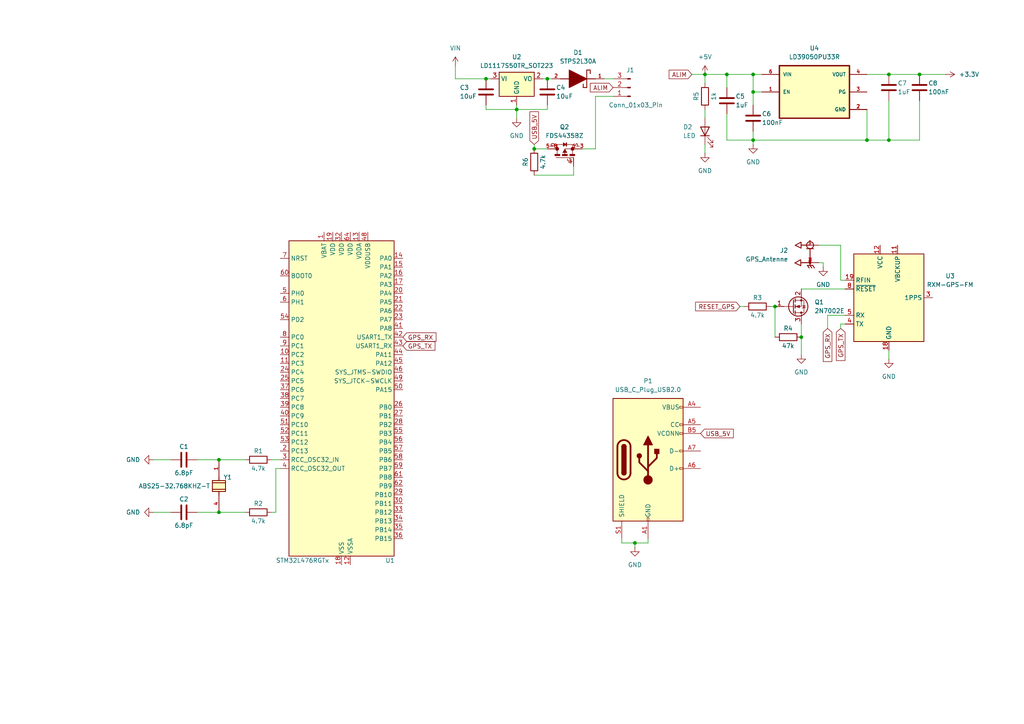
<source format=kicad_sch>
(kicad_sch (version 20231120) (generator "eeschema") (generator_version "8.0")
  (paper "A4")
  (lib_symbols
    (symbol "20449-001E-03:20449-001E-03" (pin_names (offset 1.016))
      (property "Reference" "J" (at -3.816 4.0704 0))
      (property "Value" "20449-001E-03" (at -4.3251 -5.5971 0))
      (symbol "20449-001E-03_0_0"
        (circle (center 0 -2.54) (radius 0.254) (stroke (width 0.254)))
        (polyline (pts (xy -1.016 1.524) (xy 0 1.524)) (stroke (width 0.254)))
        (polyline (pts (xy -0.762 -3.302) (xy -1.27 -4.064)) (stroke (width 0.254)))
        (polyline (pts (xy 0 -3.302) (xy -0.762 -3.302)) (stroke (width 0.254)))
        (polyline (pts (xy 0 -3.302) (xy -0.508 -4.064)) (stroke (width 0.254)))
        (polyline (pts (xy 0 -3.302) (xy 0.762 -3.302)) (stroke (width 0.254)))
        (polyline (pts (xy 0 -2.54) (xy 0 -3.302)) (stroke (width 0.254)))
        (polyline (pts (xy 0 1.524) (xy 0 -2.54)) (stroke (width 0.254)))
        (polyline (pts (xy 0 1.524) (xy 1.016 1.524)) (stroke (width 0.254)))
        (polyline (pts (xy 0.762 -3.302) (xy 0.254 -4.064)) (stroke (width 0.254)))
        (polyline (pts (xy 2.54 -2.54) (xy 0 -2.54)) (stroke (width 0.254)))
        (polyline (pts (xy 2.54 2.54) (xy 0 2.54)) (stroke (width 0.254)))
        (polyline (pts (xy 2.6 1.7) (xy 4.3 2.5)) (stroke (width 0.254)))
        (polyline (pts (xy 2.6 3.4) (xy 2.6 1.7)) (stroke (width 0.254)))
        (polyline (pts (xy 2.7 -3.4) (xy 4.4 -2.6)) (stroke (width 0.254)))
        (polyline (pts (xy 2.7 -1.7) (xy 2.7 -3.4)) (stroke (width 0.254)))
        (polyline (pts (xy 4.3 2.5) (xy 2.7 3.4)) (stroke (width 0.254)))
        (polyline (pts (xy 4.4 -2.6) (xy 2.8 -1.7)) (stroke (width 0.254)))
        (circle (center 0 2.54) (radius 1.016) (stroke (width 0.254)))
        (pin passive line (at -2.54 2.54 0) (length 5.08) (name "~") (number "1"))
        (pin power_in line (at -2.54 -2.54 0) (length 5.08) (name "~") (number "2"))
        (pin power_in line (at -2.54 -2.54 0) (length 5.08) (name "~") (number "3"))
        (pin power_in line (at -2.54 -2.54 0) (length 5.08) (name "~") (number "4"))
      )
    )
    (symbol "ABS25-32.768KHZ-T:ABS25-32.768KHZ-T" (pin_names (offset 1.016))
      (property "Reference" "Y" (at -2.54 2.54 0))
      (property "Value" "ABS25-32.768KHZ-T" (at -2.54 -5.08 0))
      (symbol "ABS25-32.768KHZ-T_0_0"
        (rectangle (start -1.5875 -1.905) (end 1.5875 1.905) (stroke (width 0.254)) (fill (type background)))
        (polyline (pts (xy -1.5875 0) (xy -2.54 0)) (stroke (width 0.254)))
        (polyline (pts (xy -0.9525 -1.905) (xy -0.9525 1.905)) (stroke (width 0.254)))
        (polyline (pts (xy 0.9525 1.905) (xy 0.9525 -1.905)) (stroke (width 0.254)))
        (polyline (pts (xy 1.5875 0) (xy 2.54 0)) (stroke (width 0.254)))
        (pin passive line (at -7.62 0 0) (length 5.08) (name "~") (number "1"))
        (pin passive line (at 7.62 0 180) (length 5.08) (name "~") (number "4"))
      )
    )
    (symbol "Connector:Conn_01x03_Pin" (pin_names (offset 1.016) hide)
      (property "Reference" "J" (at 0 5.08 0))
      (property "Value" "Conn_01x03_Pin" (at 0 -5.08 0))
      (symbol "Conn_01x03_Pin_1_1"
        (polyline (pts (xy 1.27 -2.54) (xy 0.8636 -2.54)) (stroke (width 0.1524)))
        (polyline (pts (xy 1.27 0) (xy 0.8636 0)) (stroke (width 0.1524)))
        (polyline (pts (xy 1.27 2.54) (xy 0.8636 2.54)) (stroke (width 0.1524)))
        (rectangle (start 0.8636 -2.413) (end 0 -2.667) (stroke (width 0.1524)) (fill (type outline)))
        (rectangle (start 0.8636 0.127) (end 0 -0.127) (stroke (width 0.1524)) (fill (type outline)))
        (rectangle (start 0.8636 2.667) (end 0 2.413) (stroke (width 0.1524)) (fill (type outline)))
        (pin passive line (at 5.08 2.54 180) (length 3.81) (name "Pin_1") (number "1"))
        (pin passive line (at 5.08 0 180) (length 3.81) (name "Pin_2") (number "2"))
        (pin passive line (at 5.08 -2.54 180) (length 3.81) (name "Pin_3") (number "3"))
      )
    )
    (symbol "Connector:USB_C_Plug_USB2.0" (pin_names (offset 1.016))
      (property "Reference" "P" (at -10.16 19.05 0))
      (property "Value" "USB_C_Plug_USB2.0" (at 12.7 19.05 0))
      (symbol "USB_C_Plug_USB2.0_0_0"
        (rectangle (start -0.254 -17.78) (end 0.254 -16.764))
        (rectangle (start 10.16 -2.286) (end 9.144 -2.794))
        (rectangle (start 10.16 2.794) (end 9.144 2.286))
        (rectangle (start 10.16 7.874) (end 9.144 7.366))
        (rectangle (start 10.16 10.414) (end 9.144 9.906))
        (rectangle (start 10.16 15.494) (end 9.144 14.986))
      )
      (symbol "USB_C_Plug_USB2.0_0_1"
        (rectangle (start -10.16 17.78) (end 10.16 -17.78) (stroke (width 0.254)) (fill (type background)))
        (arc (start -8.89 -3.81) (mid -6.985 -5.7067) (end -5.08 -3.81) (stroke (width 0.508)))
        (arc (start -7.62 -3.81) (mid -6.985 -4.4423) (end -6.35 -3.81) (stroke (width 0.254)))
        (arc (start -7.62 -3.81) (mid -6.985 -4.4423) (end -6.35 -3.81) (stroke (width 0.254)) (fill (type outline)))
        (rectangle (start -7.62 -3.81) (end -6.35 3.81) (stroke (width 0.254)) (fill (type outline)))
        (arc (start -6.35 3.81) (mid -6.985 4.4423) (end -7.62 3.81) (stroke (width 0.254)))
        (arc (start -6.35 3.81) (mid -6.985 4.4423) (end -7.62 3.81) (stroke (width 0.254)) (fill (type outline)))
        (arc (start -5.08 3.81) (mid -6.985 5.7067) (end -8.89 3.81) (stroke (width 0.508)))
        (circle (center -2.54 1.143) (radius 0.635) (stroke (width 0.254)) (fill (type outline)))
        (circle (center 0 -5.842) (radius 1.27) (fill (type outline)))
        (polyline (pts (xy -8.89 -3.81) (xy -8.89 3.81)) (stroke (width 0.508)))
        (polyline (pts (xy -5.08 3.81) (xy -5.08 -3.81)) (stroke (width 0.508)))
        (polyline (pts (xy 0 -5.842) (xy 0 4.318)) (stroke (width 0.508)))
        (polyline (pts (xy 0 -3.302) (xy -2.54 -0.762) (xy -2.54 0.508)) (stroke (width 0.508)))
        (polyline (pts (xy 0 -2.032) (xy 2.54 0.508) (xy 2.54 1.778)) (stroke (width 0.508)))
        (polyline (pts (xy -1.27 4.318) (xy 0 6.858) (xy 1.27 4.318) (xy -1.27 4.318)) (stroke (width 0.254)) (fill (type outline)))
        (rectangle (start 1.905 1.778) (end 3.175 3.048) (stroke (width 0.254)) (fill (type outline)))
      )
      (symbol "USB_C_Plug_USB2.0_1_1"
        (pin passive line (at 0 -22.86 90) (length 5.08) (name "GND") (number "A1"))
        (pin passive line (at 0 -22.86 90) (length 5.08) hide (name "GND") (number "A12"))
        (pin passive line (at 15.24 15.24 180) (length 5.08) (name "VBUS") (number "A4"))
        (pin bidirectional line (at 15.24 10.16 180) (length 5.08) (name "CC") (number "A5"))
        (pin bidirectional line (at 15.24 -2.54 180) (length 5.08) (name "D+") (number "A6"))
        (pin bidirectional line (at 15.24 2.54 180) (length 5.08) (name "D-") (number "A7"))
        (pin passive line (at 15.24 15.24 180) (length 5.08) hide (name "VBUS") (number "A9"))
        (pin passive line (at 0 -22.86 90) (length 5.08) hide (name "GND") (number "B1"))
        (pin passive line (at 0 -22.86 90) (length 5.08) hide (name "GND") (number "B12"))
        (pin passive line (at 15.24 15.24 180) (length 5.08) hide (name "VBUS") (number "B4"))
        (pin bidirectional line (at 15.24 7.62 180) (length 5.08) (name "VCONN") (number "B5"))
        (pin passive line (at 15.24 15.24 180) (length 5.08) hide (name "VBUS") (number "B9"))
        (pin passive line (at -7.62 -22.86 90) (length 5.08) (name "SHIELD") (number "S1"))
      )
    )
    (symbol "Device:C" (pin_numbers hide) (pin_names (offset 0.254))
      (property "Reference" "C" (at 0.635 2.54 0))
      (property "Value" "C" (at 0.635 -2.54 0))
      (symbol "C_0_1"
        (polyline (pts (xy -2.032 -0.762) (xy 2.032 -0.762)) (stroke (width 0.508)))
        (polyline (pts (xy -2.032 0.762) (xy 2.032 0.762)) (stroke (width 0.508)))
      )
      (symbol "C_1_1"
        (pin passive line (at 0 3.81 270) (length 2.794) (name "~") (number "1"))
        (pin passive line (at 0 -3.81 90) (length 2.794) (name "~") (number "2"))
      )
    )
    (symbol "Device:LED" (pin_numbers hide) (pin_names (offset 1.016) hide)
      (property "Reference" "D" (at 0 2.54 0))
      (property "Value" "LED" (at 0 -2.54 0))
      (symbol "LED_0_1"
        (polyline (pts (xy -1.27 -1.27) (xy -1.27 1.27)) (stroke (width 0.254)))
        (polyline (pts (xy -1.27 0) (xy 1.27 0)))
        (polyline (pts (xy 1.27 -1.27) (xy 1.27 1.27) (xy -1.27 0) (xy 1.27 -1.27)) (stroke (width 0.254)))
        (polyline (pts (xy -3.048 -0.762) (xy -4.572 -2.286) (xy -3.81 -2.286) (xy -4.572 -2.286) (xy -4.572 -1.524)))
        (polyline (pts (xy -1.778 -0.762) (xy -3.302 -2.286) (xy -2.54 -2.286) (xy -3.302 -2.286) (xy -3.302 -1.524)))
      )
      (symbol "LED_1_1"
        (pin passive line (at -3.81 0 0) (length 2.54) (name "K") (number "1"))
        (pin passive line (at 3.81 0 180) (length 2.54) (name "A") (number "2"))
      )
    )
    (symbol "Device:R" (pin_numbers hide) (pin_names (offset 0))
      (property "Reference" "R" (at 2.032 0 90))
      (property "Value" "R" (at 0 0 90))
      (symbol "R_0_1"
        (rectangle (start -1.016 -2.54) (end 1.016 2.54) (stroke (width 0.254)))
      )
      (symbol "R_1_1"
        (pin passive line (at 0 3.81 270) (length 1.27) (name "~") (number "1"))
        (pin passive line (at 0 -3.81 90) (length 1.27) (name "~") (number "2"))
      )
    )
    (symbol "FDS4435BZ:FDS4435BZ" (pin_names (offset 1.016))
      (property "Reference" "Q" (at 2.542 0 0))
      (property "Value" "FDS4435BZ" (at 2.5405 -2.5405 0))
      (symbol "FDS4435BZ_0_0"
        (rectangle (start -2.0337 -0.7626) (end -1.524 0.762) (stroke (width 0.1)) (fill (type outline)))
        (rectangle (start -2.0326 -2.9219) (end -1.524 -1.397) (stroke (width 0.1)) (fill (type outline)))
        (rectangle (start -2.0322 1.3971) (end -1.524 2.921) (stroke (width 0.1)) (fill (type outline)))
        (circle (center 0 -2.2225) (radius 0.127) (stroke (width 0.4064)))
        (polyline (pts (xy -2.54 -2.54) (xy -2.54 2.54)) (stroke (width 0.1524)))
        (polyline (pts (xy -1.905 -2.2225) (xy 0 -2.2225)) (stroke (width 0.1524)))
        (polyline (pts (xy -1.5875 2.2225) (xy 0 2.2225)) (stroke (width 0.1524)))
        (polyline (pts (xy -1.0795 0) (xy -1.905 0)) (stroke (width 0.1524)))
        (polyline (pts (xy 0 -2.2225) (xy 0 -2.54)) (stroke (width 0.1524)))
        (polyline (pts (xy 0 0) (xy 0 -2.2225)) (stroke (width 0.1524)))
        (polyline (pts (xy 0 2.2225) (xy 1.27 2.2225)) (stroke (width 0.1524)))
        (polyline (pts (xy 0 2.54) (xy 0 2.2225)) (stroke (width 0.1524)))
        (polyline (pts (xy 1.27 -2.2225) (xy 0 -2.2225)) (stroke (width 0.1524)))
        (polyline (pts (xy 1.27 2.2225) (xy 1.27 -2.2225)) (stroke (width 0.1524)))
        (polyline (pts (xy -0.0635 0) (xy -1.0795 -0.635) (xy -1.0795 0.635) (xy -0.0635 0)) (stroke (width 0.1016)) (fill (type outline)))
        (polyline (pts (xy 1.27 -0.3175) (xy 1.778 0.4445) (xy 0.762 0.4445) (xy 1.27 -0.3175)) (stroke (width 0.1524)) (fill (type outline)))
        (circle (center 0 2.2225) (radius 0.127) (stroke (width 0.4064)))
        (rectangle (start 0.7632 -0.5724) (end 1.778 -0.3175) (stroke (width 0.1)) (fill (type outline)))
        (text "D" (at 0.6362 2.8629 0) (effects (font (size 1.0179 1.0179)) (justify left bottom)))
        (text "G" (at -3.8162 -1.9081 0) (effects (font (size 1.0176 1.0176)) (justify left bottom)))
        (text "S" (at 0.6357 -3.8142 0) (effects (font (size 1.0171 1.0171)) (justify left bottom)))
        (pin passive line (at 0 -5.08 90) (length 2.54) (name "~") (number "1-3"))
        (pin passive line (at -5.08 -2.54 0) (length 2.54) (name "~") (number "4"))
        (pin passive line (at 0 5.08 270) (length 2.54) (name "~") (number "5-8"))
      )
    )
    (symbol "LD39050PU33R:LD39050PU33R" (pin_names (offset 1.016))
      (property "Reference" "U" (at -10.16 8.62 0))
      (property "Value" "LD39050PU33R" (at -10.16 -11.62 0))
      (symbol "LD39050PU33R_0_0"
        (rectangle (start -10.16 -7.62) (end 10.16 7.62) (stroke (width 0.41)) (fill (type background)))
        (pin input line (at -15.24 0 0) (length 5.08) (name "EN") (number "1"))
        (pin power_in line (at 15.24 -5.08 180) (length 5.08) (name "GND") (number "2"))
        (pin bidirectional line (at 15.24 0 180) (length 5.08) (name "PG") (number "3"))
        (pin output line (at 15.24 5.08 180) (length 5.08) (name "VOUT") (number "4"))
        (pin power_in line (at -15.24 5.08 0) (length 5.08) (name "VIN") (number "6"))
        (pin power_in line (at 15.24 -5.08 180) (length 5.08) (name "GND") (number "7"))
      )
    )
    (symbol "MCU_ST_STM32L4:STM32L476RGTx"
      (property "Reference" "U" (at -15.24 46.99 0))
      (property "Value" "STM32L476RGTx" (at 10.16 46.99 0))
      (symbol "STM32L476RGTx_0_1"
        (rectangle (start -15.24 -45.72) (end 15.24 45.72) (stroke (width 0.254)) (fill (type background)))
      )
      (symbol "STM32L476RGTx_1_1"
        (pin power_in line (at -5.08 48.26 270) (length 2.54) (name "VBAT") (number "1"))
        (pin bidirectional line (at -17.78 12.7 0) (length 2.54) (name "PC2") (number "10"))
        (pin bidirectional line (at -17.78 10.16 0) (length 2.54) (name "PC3") (number "11"))
        (pin power_in line (at 2.54 -48.26 90) (length 2.54) (name "VSSA") (number "12"))
        (pin power_in line (at 5.08 48.26 270) (length 2.54) (name "VDDA") (number "13"))
        (pin bidirectional line (at 17.78 40.64 180) (length 2.54) (name "PA0") (number "14"))
        (pin bidirectional line (at 17.78 38.1 180) (length 2.54) (name "PA1") (number "15"))
        (pin bidirectional line (at 17.78 35.56 180) (length 2.54) (name "PA2") (number "16"))
        (pin bidirectional line (at 17.78 33.02 180) (length 2.54) (name "PA3") (number "17"))
        (pin power_in line (at 0 -48.26 90) (length 2.54) (name "VSS") (number "18"))
        (pin power_in line (at -2.54 48.26 270) (length 2.54) (name "VDD") (number "19"))
        (pin bidirectional line (at -17.78 -15.24 0) (length 2.54) (name "PC13") (number "2"))
        (pin bidirectional line (at 17.78 30.48 180) (length 2.54) (name "PA4") (number "20"))
        (pin bidirectional line (at 17.78 27.94 180) (length 2.54) (name "PA5") (number "21"))
        (pin bidirectional line (at 17.78 25.4 180) (length 2.54) (name "PA6") (number "22"))
        (pin bidirectional line (at 17.78 22.86 180) (length 2.54) (name "PA7") (number "23"))
        (pin bidirectional line (at -17.78 7.62 0) (length 2.54) (name "PC4") (number "24"))
        (pin bidirectional line (at -17.78 5.08 0) (length 2.54) (name "PC5") (number "25"))
        (pin bidirectional line (at 17.78 -2.54 180) (length 2.54) (name "PB0") (number "26"))
        (pin bidirectional line (at 17.78 -5.08 180) (length 2.54) (name "PB1") (number "27"))
        (pin bidirectional line (at 17.78 -7.62 180) (length 2.54) (name "PB2") (number "28"))
        (pin bidirectional line (at 17.78 -27.94 180) (length 2.54) (name "PB10") (number "29"))
        (pin bidirectional line (at -17.78 -17.78 0) (length 2.54) (name "PC14") (number "3") (alternate "RCC_OSC32_IN" bidirectional line))
        (pin bidirectional line (at 17.78 -30.48 180) (length 2.54) (name "PB11") (number "30"))
        (pin passive line (at 0 -48.26 90) (length 2.54) hide (name "VSS") (number "31"))
        (pin power_in line (at 0 48.26 270) (length 2.54) (name "VDD") (number "32"))
        (pin bidirectional line (at 17.78 -33.02 180) (length 2.54) (name "PB12") (number "33"))
        (pin bidirectional line (at 17.78 -35.56 180) (length 2.54) (name "PB13") (number "34"))
        (pin bidirectional line (at 17.78 -38.1 180) (length 2.54) (name "PB14") (number "35"))
        (pin bidirectional line (at 17.78 -40.64 180) (length 2.54) (name "PB15") (number "36"))
        (pin bidirectional line (at -17.78 2.54 0) (length 2.54) (name "PC6") (number "37"))
        (pin bidirectional line (at -17.78 0 0) (length 2.54) (name "PC7") (number "38"))
        (pin bidirectional line (at -17.78 -2.54 0) (length 2.54) (name "PC8") (number "39"))
        (pin bidirectional line (at -17.78 -20.32 0) (length 2.54) (name "PC15") (number "4") (alternate "RCC_OSC32_OUT" bidirectional line))
        (pin bidirectional line (at -17.78 -5.08 0) (length 2.54) (name "PC9") (number "40"))
        (pin bidirectional line (at 17.78 20.32 180) (length 2.54) (name "PA8") (number "41"))
        (pin bidirectional line (at 17.78 17.78 180) (length 2.54) (name "PA9") (number "42") (alternate "USART1_TX" bidirectional line))
        (pin bidirectional line (at 17.78 15.24 180) (length 2.54) (name "PA10") (number "43") (alternate "USART1_RX" bidirectional line))
        (pin bidirectional line (at 17.78 12.7 180) (length 2.54) (name "PA11") (number "44"))
        (pin bidirectional line (at 17.78 10.16 180) (length 2.54) (name "PA12") (number "45"))
        (pin bidirectional line (at 17.78 7.62 180) (length 2.54) (name "PA13") (number "46") (alternate "SYS_JTMS-SWDIO" bidirectional line))
        (pin passive line (at 0 -48.26 90) (length 2.54) hide (name "VSS") (number "47"))
        (pin power_in line (at 7.62 48.26 270) (length 2.54) (name "VDDUSB") (number "48"))
        (pin bidirectional line (at 17.78 5.08 180) (length 2.54) (name "PA14") (number "49") (alternate "SYS_JTCK-SWCLK" bidirectional line))
        (pin bidirectional line (at -17.78 30.48 0) (length 2.54) (name "PH0") (number "5"))
        (pin bidirectional line (at 17.78 2.54 180) (length 2.54) (name "PA15") (number "50"))
        (pin bidirectional line (at -17.78 -7.62 0) (length 2.54) (name "PC10") (number "51"))
        (pin bidirectional line (at -17.78 -10.16 0) (length 2.54) (name "PC11") (number "52"))
        (pin bidirectional line (at -17.78 -12.7 0) (length 2.54) (name "PC12") (number "53"))
        (pin bidirectional line (at -17.78 22.86 0) (length 2.54) (name "PD2") (number "54"))
        (pin bidirectional line (at 17.78 -10.16 180) (length 2.54) (name "PB3") (number "55"))
        (pin bidirectional line (at 17.78 -12.7 180) (length 2.54) (name "PB4") (number "56"))
        (pin bidirectional line (at 17.78 -15.24 180) (length 2.54) (name "PB5") (number "57"))
        (pin bidirectional line (at 17.78 -17.78 180) (length 2.54) (name "PB6") (number "58") (alternate "USART1_TX" bidirectional line))
        (pin bidirectional line (at 17.78 -20.32 180) (length 2.54) (name "PB7") (number "59") (alternate "USART1_RX" bidirectional line))
        (pin bidirectional line (at -17.78 27.94 0) (length 2.54) (name "PH1") (number "6"))
        (pin input line (at -17.78 35.56 0) (length 2.54) (name "BOOT0") (number "60"))
        (pin bidirectional line (at 17.78 -22.86 180) (length 2.54) (name "PB8") (number "61"))
        (pin bidirectional line (at 17.78 -25.4 180) (length 2.54) (name "PB9") (number "62"))
        (pin passive line (at 0 -48.26 90) (length 2.54) hide (name "VSS") (number "63"))
        (pin power_in line (at 2.54 48.26 270) (length 2.54) (name "VDD") (number "64"))
        (pin input line (at -17.78 40.64 0) (length 2.54) (name "NRST") (number "7"))
        (pin bidirectional line (at -17.78 17.78 0) (length 2.54) (name "PC0") (number "8"))
        (pin bidirectional line (at -17.78 15.24 0) (length 2.54) (name "PC1") (number "9"))
      )
    )
    (symbol "RF_GPS:RXM-GPS-FM"
      (property "Reference" "U" (at -7.62 13.97 0))
      (property "Value" "RXM-GPS-FM" (at 17.78 13.97 0))
      (symbol "RXM-GPS-FM_0_1"
        (rectangle (start 10.16 -12.7) (end -10.16 12.7) (stroke (width 0.254)) (fill (type background)))
      )
      (symbol "RXM-GPS-FM_1_1"
        (pin no_connect line (at -10.16 10.16 0) (length 2.54) hide (name "NC") (number "1"))
        (pin no_connect line (at 10.16 10.16 180) (length 2.54) hide (name "NC") (number "10"))
        (pin power_in line (at 2.54 15.24 270) (length 2.54) (name "VBCKUP") (number "11"))
        (pin power_in line (at -2.54 15.24 270) (length 2.54) (name "VCC") (number "12"))
        (pin no_connect line (at 10.16 7.62 180) (length 2.54) hide (name "NC") (number "13"))
        (pin no_connect line (at 10.16 5.08 180) (length 2.54) hide (name "NC") (number "14"))
        (pin no_connect line (at 10.16 2.54 180) (length 2.54) hide (name "NC") (number "15"))
        (pin no_connect line (at 10.16 -2.54 180) (length 2.54) hide (name "NC") (number "16"))
        (pin power_in line (at 0 -15.24 90) (length 2.54) (name "GND") (number "18"))
        (pin input line (at -12.7 5.08 0) (length 2.54) (name "RFIN") (number "19"))
        (pin no_connect line (at -10.16 7.62 0) (length 2.54) hide (name "NC") (number "2"))
        (pin passive line (at 0 -15.24 90) (length 2.54) hide (name "GND") (number "20"))
        (pin passive line (at 0 -15.24 90) (length 2.54) hide (name "GND") (number "21"))
        (pin passive line (at 0 -15.24 90) (length 2.54) hide (name "GND") (number "22"))
        (pin output line (at 12.7 0 180) (length 2.54) (name "1PPS") (number "3"))
        (pin output line (at -12.7 -7.62 0) (length 2.54) (name "TX") (number "4"))
        (pin input line (at -12.7 -5.08 0) (length 2.54) (name "RX") (number "5"))
        (pin no_connect line (at -10.16 0 0) (length 2.54) hide (name "NC") (number "6"))
        (pin no_connect line (at -10.16 -2.54 0) (length 2.54) hide (name "NC") (number "7"))
        (pin input line (at -12.7 2.54 0) (length 2.54) (name "~{RESET}") (number "8"))
        (pin no_connect line (at -10.16 -10.16 0) (length 2.54) hide (name "NC") (number "9"))
      )
    )
    (symbol "Regulator_Linear:LD1117S50TR_SOT223"
      (property "Reference" "U" (at -3.81 3.175 0))
      (property "Value" "LD1117S50TR_SOT223" (at 0 3.175 0))
      (symbol "LD1117S50TR_SOT223_0_1"
        (rectangle (start -5.08 -5.08) (end 5.08 1.905) (stroke (width 0.254)) (fill (type background)))
      )
      (symbol "LD1117S50TR_SOT223_1_1"
        (pin power_in line (at 0 -7.62 90) (length 2.54) (name "GND") (number "1"))
        (pin power_out line (at 7.62 0 180) (length 2.54) (name "VO") (number "2"))
        (pin power_in line (at -7.62 0 0) (length 2.54) (name "VI") (number "3"))
      )
    )
    (symbol "STPS2L30A:STPS2L30A" (pin_names (offset 1.016))
      (property "Reference" "D" (at 12.7 8.89 0))
      (property "Value" "STPS2L30A" (at 12.7 6.35 0))
      (symbol "STPS2L30A_0_0"
        (polyline (pts (xy 5.08 0) (xy 7.62 0)) (stroke (width 0.254)))
        (polyline (pts (xy 6.604 -1.524) (xy 6.604 -2.54)) (stroke (width 0.254)))
        (polyline (pts (xy 7.62 -2.54) (xy 6.604 -2.54)) (stroke (width 0.254)))
        (polyline (pts (xy 7.62 2.54) (xy 7.62 -2.54)) (stroke (width 0.254)))
        (polyline (pts (xy 7.62 2.54) (xy 8.636 2.54)) (stroke (width 0.254)))
        (polyline (pts (xy 8.636 1.524) (xy 8.636 2.54)) (stroke (width 0.254)))
        (polyline (pts (xy 12.7 0) (xy 15.24 0)) (stroke (width 0.254)))
        (polyline (pts (xy 7.62 0) (xy 12.7 2.54) (xy 12.7 -2.54) (xy 7.62 0)) (stroke (width 0.254)) (fill (type outline)))
        (pin bidirectional line (at 2.54 0 0) (length 2.54) (name "~") (number "1"))
        (pin bidirectional line (at 17.78 0 180) (length 2.54) (name "~") (number "2"))
      )
    )
    (symbol "Transistor_FET:2N7002E" (pin_names hide)
      (property "Reference" "Q" (at 5.08 1.905 0))
      (property "Value" "2N7002E" (at 5.08 0 0))
      (symbol "2N7002E_0_1"
        (polyline (pts (xy 0.254 0) (xy -2.54 0)))
        (polyline (pts (xy 0.254 1.905) (xy 0.254 -1.905)) (stroke (width 0.254)))
        (polyline (pts (xy 0.762 -1.27) (xy 0.762 -2.286)) (stroke (width 0.254)))
        (polyline (pts (xy 0.762 0.508) (xy 0.762 -0.508)) (stroke (width 0.254)))
        (polyline (pts (xy 0.762 2.286) (xy 0.762 1.27)) (stroke (width 0.254)))
        (polyline (pts (xy 2.54 2.54) (xy 2.54 1.778)))
        (polyline (pts (xy 2.54 -2.54) (xy 2.54 0) (xy 0.762 0)))
        (polyline (pts (xy 0.762 -1.778) (xy 3.302 -1.778) (xy 3.302 1.778) (xy 0.762 1.778)))
        (polyline (pts (xy 1.016 0) (xy 2.032 0.381) (xy 2.032 -0.381) (xy 1.016 0)) (fill (type outline)))
        (polyline (pts (xy 2.794 0.508) (xy 2.921 0.381) (xy 3.683 0.381) (xy 3.81 0.254)))
        (polyline (pts (xy 3.302 0.381) (xy 2.921 -0.254) (xy 3.683 -0.254) (xy 3.302 0.381)))
        (circle (center 1.651 0) (radius 2.794) (stroke (width 0.254)))
        (circle (center 2.54 -1.778) (radius 0.254) (fill (type outline)))
        (circle (center 2.54 1.778) (radius 0.254) (fill (type outline)))
      )
      (symbol "2N7002E_1_1"
        (pin input line (at -5.08 0 0) (length 2.54) (name "G") (number "1"))
        (pin passive line (at 2.54 -5.08 90) (length 2.54) (name "S") (number "2"))
        (pin passive line (at 2.54 5.08 270) (length 2.54) (name "D") (number "3"))
      )
    )
    (symbol "power:+3.3V" (power) (pin_numbers hide) (pin_names (offset 0) hide)
      (property "Value" "+3.3V" (at 0 3.556 0))
      (symbol "+3.3V_0_1"
        (polyline (pts (xy -0.762 1.27) (xy 0 2.54)))
        (polyline (pts (xy 0 0) (xy 0 2.54)))
        (polyline (pts (xy 0 2.54) (xy 0.762 1.27)))
      )
      (symbol "+3.3V_1_1"
        (pin power_in line (at 0 0 90) (length 0) (name "~") (number "1"))
      )
    )
    (symbol "power:+5V" (power) (pin_numbers hide) (pin_names (offset 0) hide)
      (property "Value" "+5V" (at 0 3.556 0))
      (symbol "+5V_0_1"
        (polyline (pts (xy -0.762 1.27) (xy 0 2.54)))
        (polyline (pts (xy 0 0) (xy 0 2.54)))
        (polyline (pts (xy 0 2.54) (xy 0.762 1.27)))
      )
      (symbol "+5V_1_1"
        (pin power_in line (at 0 0 90) (length 0) (name "~") (number "1"))
      )
    )
    (symbol "power:GND" (power) (pin_numbers hide) (pin_names (offset 0) hide)
      (property "Value" "GND" (at 0 -3.81 0))
      (symbol "GND_0_1"
        (polyline (pts (xy 0 0) (xy 0 -1.27) (xy 1.27 -1.27) (xy 0 -2.54) (xy -1.27 -1.27) (xy 0 -1.27)))
      )
      (symbol "GND_1_1"
        (pin power_in line (at 0 0 270) (length 0) (name "~") (number "1"))
      )
    )
    (symbol "power:VAA" (power) (pin_numbers hide) (pin_names (offset 0) hide)
      (property "Value" "VAA" (at 0 3.556 0))
      (symbol "VAA_0_1"
        (polyline (pts (xy -0.762 1.27) (xy 0 2.54)))
        (polyline (pts (xy 0 0) (xy 0 2.54)))
        (polyline (pts (xy 0 2.54) (xy 0.762 1.27)))
      )
      (symbol "VAA_1_1"
        (pin power_in line (at 0 0 90) (length 0) (name "~") (number "1"))
      )
    )
  )
  (junction (at 218.44 26.67))
  (junction (at 63.5 133.35))
  (junction (at 218.44 40.64))
  (junction (at 184.15 157.48))
  (junction (at 63.5 148.59))
  (junction (at 158.75 22.86))
  (junction (at 232.41 97.79))
  (junction (at 266.7 21.59))
  (junction (at 257.81 40.64))
  (junction (at 218.44 21.59))
  (junction (at 251.46 40.64))
  (junction (at 204.47 21.59))
  (junction (at 140.97 22.86))
  (junction (at 154.94 43.18))
  (junction (at 149.86 31.75))
  (junction (at 257.81 21.59))
  (junction (at 224.79 88.9))
  (junction (at 210.82 21.59))
  (wire (pts (xy 57.15 148.59) (xy 63.5 148.59)))
  (wire (pts (xy 237.49 76.2) (xy 238.76 76.2)))
  (wire (pts (xy 140.97 30.48) (xy 140.97 31.75)))
  (wire (pts (xy 63.5 148.59) (xy 71.12 148.59)))
  (wire (pts (xy 218.44 40.64) (xy 218.44 41.91)))
  (wire (pts (xy 154.94 43.18) (xy 154.94 41.91)))
  (wire (pts (xy 204.47 24.13) (xy 204.47 21.59)))
  (wire (pts (xy 44.45 148.59) (xy 49.53 148.59)))
  (wire (pts (xy 245.11 81.28) (xy 243.84 81.28)))
  (wire (pts (xy 57.15 133.35) (xy 63.5 133.35)))
  (wire (pts (xy 257.81 101.6) (xy 257.81 104.14)))
  (wire (pts (xy 224.79 88.9) (xy 224.79 97.79)))
  (wire (pts (xy 172.72 27.94) (xy 177.8 27.94)))
  (wire (pts (xy 166.37 50.8) (xy 166.37 48.26)))
  (wire (pts (xy 78.74 133.35) (xy 81.28 133.35)))
  (wire (pts (xy 149.86 31.75) (xy 149.86 34.29)))
  (wire (pts (xy 223.52 88.9) (xy 224.79 88.9)))
  (wire (pts (xy 132.08 22.86) (xy 140.97 22.86)))
  (wire (pts (xy 63.5 133.35) (xy 71.12 133.35)))
  (wire (pts (xy 140.97 22.86) (xy 142.24 22.86)))
  (wire (pts (xy 157.48 22.86) (xy 158.75 22.86)))
  (wire (pts (xy 140.97 31.75) (xy 149.86 31.75)))
  (wire (pts (xy 154.94 43.18) (xy 158.75 43.18)))
  (wire (pts (xy 251.46 31.75) (xy 251.46 40.64)))
  (wire (pts (xy 232.41 97.79) (xy 232.41 102.87)))
  (wire (pts (xy 172.72 43.18) (xy 172.72 27.94)))
  (wire (pts (xy 204.47 31.75) (xy 204.47 34.29)))
  (wire (pts (xy 240.03 91.44) (xy 245.11 91.44)))
  (wire (pts (xy 210.82 21.59) (xy 204.47 21.59)))
  (wire (pts (xy 232.41 83.82) (xy 245.11 83.82)))
  (wire (pts (xy 266.7 29.21) (xy 266.7 40.64)))
  (wire (pts (xy 210.82 40.64) (xy 218.44 40.64)))
  (wire (pts (xy 187.96 156.21) (xy 187.96 157.48)))
  (wire (pts (xy 187.96 157.48) (xy 184.15 157.48)))
  (wire (pts (xy 180.34 156.21) (xy 180.34 157.48)))
  (wire (pts (xy 266.7 21.59) (xy 274.32 21.59)))
  (wire (pts (xy 158.75 30.48) (xy 158.75 31.75)))
  (wire (pts (xy 158.75 22.86) (xy 160.02 22.86)))
  (wire (pts (xy 238.76 76.2) (xy 238.76 77.47)))
  (wire (pts (xy 218.44 40.64) (xy 251.46 40.64)))
  (wire (pts (xy 243.84 71.12) (xy 237.49 71.12)))
  (wire (pts (xy 132.08 19.05) (xy 132.08 22.86)))
  (wire (pts (xy 257.81 29.21) (xy 257.81 40.64)))
  (wire (pts (xy 266.7 40.64) (xy 257.81 40.64)))
  (wire (pts (xy 232.41 93.98) (xy 232.41 97.79)))
  (wire (pts (xy 243.84 95.25) (xy 243.84 93.98)))
  (wire (pts (xy 251.46 40.64) (xy 257.81 40.64)))
  (wire (pts (xy 80.01 148.59) (xy 78.74 148.59)))
  (wire (pts (xy 218.44 21.59) (xy 218.44 26.67)))
  (wire (pts (xy 172.72 43.18) (xy 168.91 43.18)))
  (wire (pts (xy 180.34 157.48) (xy 184.15 157.48)))
  (wire (pts (xy 218.44 21.59) (xy 220.98 21.59)))
  (wire (pts (xy 218.44 26.67) (xy 220.98 26.67)))
  (wire (pts (xy 204.47 41.91) (xy 204.47 44.45)))
  (wire (pts (xy 44.45 133.35) (xy 49.53 133.35)))
  (wire (pts (xy 251.46 21.59) (xy 257.81 21.59)))
  (wire (pts (xy 218.44 38.1) (xy 218.44 40.64)))
  (wire (pts (xy 218.44 26.67) (xy 218.44 30.48)))
  (wire (pts (xy 240.03 95.25) (xy 240.03 91.44)))
  (wire (pts (xy 149.86 30.48) (xy 149.86 31.75)))
  (wire (pts (xy 210.82 21.59) (xy 210.82 25.4)))
  (wire (pts (xy 243.84 93.98) (xy 245.11 93.98)))
  (wire (pts (xy 243.84 81.28) (xy 243.84 71.12)))
  (wire (pts (xy 80.01 135.89) (xy 81.28 135.89)))
  (wire (pts (xy 175.26 22.86) (xy 177.8 22.86)))
  (wire (pts (xy 204.47 21.59) (xy 200.66 21.59)))
  (wire (pts (xy 210.82 33.02) (xy 210.82 40.64)))
  (wire (pts (xy 218.44 21.59) (xy 210.82 21.59)))
  (wire (pts (xy 257.81 21.59) (xy 266.7 21.59)))
  (wire (pts (xy 158.75 31.75) (xy 149.86 31.75)))
  (wire (pts (xy 184.15 157.48) (xy 184.15 158.75)))
  (wire (pts (xy 214.63 88.9) (xy 215.9 88.9)))
  (wire (pts (xy 154.94 50.8) (xy 166.37 50.8)))
  (wire (pts (xy 80.01 135.89) (xy 80.01 148.59)))
  (global_label "USB_5V" (shape input) (at 203.2 125.73 0) (property "Intersheetrefs" "${INTERSHEET_REFS}" (effects (hide yes))))
  (global_label "ALIM" (shape input) (at 200.66 21.59 180) (property "Intersheetrefs" "${INTERSHEET_REFS}" (effects (hide yes))))
  (global_label "ALIM" (shape input) (at 177.8 25.4 180) (property "Intersheetrefs" "${INTERSHEET_REFS}" (effects (hide yes))))
  (global_label "USB_5V" (shape input) (at 154.94 41.91 90) (property "Intersheetrefs" "${INTERSHEET_REFS}" (effects (hide yes))))
  (global_label "GPS_TX" (shape input) (at 116.84 100.33 0) (property "Intersheetrefs" "${INTERSHEET_REFS}" (effects (hide yes))))
  (global_label "GPS_TX" (shape input) (at 243.84 95.25 270) (property "Intersheetrefs" "${INTERSHEET_REFS}" (effects (hide yes))))
  (global_label "RESET_GPS" (shape input) (at 214.63 88.9 180) (property "Intersheetrefs" "${INTERSHEET_REFS}" (effects (hide yes))))
  (global_label "GPS_RX" (shape input) (at 116.84 97.79 0) (property "Intersheetrefs" "${INTERSHEET_REFS}" (effects (hide yes))))
  (global_label "GPS_RX" (shape input) (at 240.03 95.25 270) (property "Intersheetrefs" "${INTERSHEET_REFS}" (effects (hide yes))))
  (symbol (lib_id "ABS25-32.768KHZ-T:ABS25-32.768KHZ-T") (at 63.5 140.97 270) (unit 1)
    (property "Reference" "Y1" (at 67.31 138.43 90) (effects (justify right)))
    (property "Value" "ABS25-32.768KHZ-T" (at 60.96 140.97 90) (effects (justify right)))
    (property "Footprint" "ABS25-32.768KHZ-T:XTAL_ABS25-32.768KHZ-6-1-T" (effects (hide yes)))
    (property "MF" "Abracon" (effects (hide yes)))
    (property "Description_1" "\n                        \n                            32.768 kHz ±20ppm Crystal 12.5pF 50 kOhms 4-SOJ, 5.50mm pitch\n                        \n" (effects (hide yes)))
    (property "Package" "4-4 Abracon" (effects (hide yes)))
    (property "Price" "None" (effects (hide yes)))
    (property "Check_prices" "https://www.snapeda.com/parts/ABS25-32.768KHZ-T/Abracon/view-part/?ref=eda" (effects (hide yes)))
    (property "STANDARD" "Manufacturer Recommendations" (effects (hide yes)))
    (property "PARTREV" "12.01.15" (effects (hide yes)))
    (property "SnapEDA_Link" "https://www.snapeda.com/parts/ABS25-32.768KHZ-T/Abracon/view-part/?ref=snap" (effects (hide yes)))
    (property "MP" "ABS25-32.768KHZ-T" (effects (hide yes)))
    (property "Availability" "In Stock" (effects (hide yes)))
    (property "MANUFACTURER" "Abracon Corporation" (effects (hide yes)))
  )
  (symbol (lib_id "power:+3.3V") (at 274.32 21.59 270) (unit 1)
    (property "Reference" "#PWR011" (effects (hide yes)))
    (property "Value" "+3.3V" (at 278.13 21.59 90) (effects (justify left)))
    (property "Description" "Power symbol creates a global label with name \"+3.3V\"" (effects (hide yes)))
  )
  (symbol (lib_id "MCU_ST_STM32L4:STM32L476RGTx") (at 99.06 115.57 0) (unit 1)
    (property "Reference" "U1" (at 111.76 162.56 0) (effects (justify left)))
    (property "Value" "STM32L476RGTx" (at 80.01 162.56 0) (effects (justify left)))
    (property "Footprint" "Package_QFP:LQFP-64_10x10mm_P0.5mm" (effects (hide yes)))
    (property "Datasheet" "https://www.st.com/resource/en/datasheet/stm32l476rg.pdf" (effects (hide yes)))
    (property "Description" "STMicroelectronics Arm Cortex-M4 MCU, 1024KB flash, 128KB RAM, 80 MHz, 1.71-3.6V, 51 GPIO, LQFP64" (effects (hide yes)))
    (pin "42" (alternate "USART1_TX"))
    (pin "43" (alternate "USART1_RX"))
    (pin "46" (alternate "SYS_JTMS-SWDIO"))
    (pin "3" (alternate "RCC_OSC32_IN"))
    (pin "49" (alternate "SYS_JTCK-SWCLK"))
    (pin "4" (alternate "RCC_OSC32_OUT"))
  )
  (symbol (lib_id "RF_GPS:RXM-GPS-FM") (at 257.81 86.36 0) (unit 1)
    (property "Reference" "U3" (at 275.59 80.0414 0))
    (property "Value" "RXM-GPS-FM" (at 275.59 82.5814 0))
    (property "Footprint" "RF_GPS:Linx_RXM-GPS" (effects (hide yes)))
    (property "Datasheet" "https://linxtechnologies.com/wp/wp-content/uploads/rxm-gps-fm.pdf" (effects (hide yes)))
    (property "Description" "Module GPS Low Power, 14mA tracking, 22 channels" (effects (hide yes)))
  )
  (symbol (lib_id "Connector:USB_C_Plug_USB2.0") (at 187.96 133.35 0) (unit 1)
    (property "Reference" "P1" (at 187.96 110.49 0))
    (property "Value" "USB_C_Plug_USB2.0" (at 187.96 113.03 0))
    (property "Footprint" "Connector_USB:USB_C_Plug_Molex_105444" (effects (hide yes)))
    (property "Datasheet" "https://www.usb.org/sites/default/files/documents/usb_type-c.zip" (effects (hide yes)))
    (property "Description" "USB 2.0-only Type-C Plug connector" (effects (hide yes)))
  )
  (symbol (lib_id "Device:C") (at 266.7 25.4 0) (unit 1)
    (property "Reference" "C8" (at 269.24 24.13 0) (effects (justify left)))
    (property "Value" "100nF" (at 269.24 26.67 0) (effects (justify left)))
    (property "Footprint" "Capacitor_SMD:C_0603_1608Metric" (effects (hide yes)))
    (property "Description" "Unpolarized capacitor" (effects (hide yes)))
  )
  (symbol (lib_id "Device:C") (at 140.97 26.67 0) (unit 1)
    (property "Reference" "C3" (at 133.35 25.4 0) (effects (justify left)))
    (property "Value" "10uF" (at 133.35 27.94 0) (effects (justify left)))
    (property "Footprint" "Capacitor_SMD:C_0603_1608Metric" (effects (hide yes)))
    (property "Description" "Unpolarized capacitor" (effects (hide yes)))
  )
  (symbol (lib_id "FDS4435BZ:FDS4435BZ") (at 163.83 43.18 90) (unit 1)
    (property "Reference" "Q2" (at 163.7247 36.83 90))
    (property "Value" "FDS4435BZ" (at 163.7247 39.37 90))
    (property "Footprint" "FDS4435BZ:SO08-E3" (effects (hide yes)))
    (property "MF" "ON Semiconductor" (effects (hide yes)))
    (property "Description_1" "\n                        \n                            P-Channel 30 V 8.8A (Ta) 2.5W (Ta) Surface Mount 8-SOIC\n                        \n" (effects (hide yes)))
    (property "Package" "SO-8 ON Semiconductor" (effects (hide yes)))
    (property "Price" "None" (effects (hide yes)))
    (property "SnapEDA_Link" "https://www.snapeda.com/parts/FDS4435BZ/Onsemi/view-part/?ref=snap" (effects (hide yes)))
    (property "MP" "FDS4435BZ" (effects (hide yes)))
    (property "Availability" "In Stock" (effects (hide yes)))
    (property "Check_prices" "https://www.snapeda.com/parts/FDS4435BZ/Onsemi/view-part/?ref=eda" (effects (hide yes)))
  )
  (symbol (lib_id "power:GND") (at 184.15 158.75 0) (unit 1)
    (property "Reference" "#PWR08" (effects (hide yes)))
    (property "Value" "GND" (at 184.15 163.83 0))
    (property "Description" "Power symbol creates a global label with name \"GND\" , ground" (effects (hide yes)))
  )
  (symbol (lib_id "Device:C") (at 53.34 133.35 90) (unit 1)
    (property "Reference" "C1" (at 53.34 129.54 90))
    (property "Value" "6.8pF" (at 53.34 137.16 90))
    (property "Footprint" "Capacitor_SMD:C_0603_1608Metric" (effects (hide yes)))
    (property "Description" "Unpolarized capacitor" (effects (hide yes)))
  )
  (symbol (lib_id "Device:C") (at 158.75 26.67 0) (unit 1)
    (property "Reference" "C4" (at 161.29 25.4 0) (effects (justify left)))
    (property "Value" "10uF" (at 161.29 27.94 0) (effects (justify left)))
    (property "Footprint" "Capacitor_SMD:C_0603_1608Metric" (effects (hide yes)))
    (property "Description" "Unpolarized capacitor" (effects (hide yes)))
  )
  (symbol (lib_id "Device:R") (at 204.47 27.94 180) (unit 1)
    (property "Reference" "R5" (at 201.93 27.94 90))
    (property "Value" "1k" (at 207.01 27.94 90))
    (property "Footprint" "Resistor_SMD:R_0603_1608Metric" (effects (hide yes)))
    (property "Description" "Resistor" (effects (hide yes)))
  )
  (symbol (lib_id "Device:R") (at 74.93 133.35 90) (unit 1)
    (property "Reference" "R1" (at 74.93 130.81 90))
    (property "Value" "4.7k" (at 74.93 135.89 90))
    (property "Footprint" "Capacitor_SMD:C_0201_0603Metric" (effects (hide yes)))
    (property "Description" "Resistor" (effects (hide yes)))
  )
  (symbol (lib_id "Device:C") (at 53.34 148.59 90) (unit 1)
    (property "Reference" "C2" (at 53.34 144.78 90))
    (property "Value" "6.8pF" (at 53.34 152.4 90))
    (property "Footprint" "Capacitor_SMD:C_0603_1608Metric" (effects (hide yes)))
    (property "Description" "Unpolarized capacitor" (effects (hide yes)))
  )
  (symbol (lib_id "power:VAA") (at 132.08 19.05 0) (unit 1)
    (property "Reference" "#PWR03" (effects (hide yes)))
    (property "Value" "VIN" (at 132.08 13.97 0))
    (property "Description" "Power symbol creates a global label with name \"VAA\"" (effects (hide yes)))
  )
  (symbol (lib_id "Transistor_FET:2N7002E") (at 229.87 88.9 0) (mirror x) (unit 1)
    (property "Reference" "Q1" (at 236.22 87.6299 0) (effects (justify left)))
    (property "Value" "2N7002E" (at 236.22 90.1699 0) (effects (justify left)))
    (property "Footprint" "Package_TO_SOT_SMD:SOT-23" (effects (hide yes)))
    (property "Datasheet" "http://www.diodes.com/assets/Datasheets/ds30376.pdf" (effects (hide yes)))
    (property "Description" "0.24A Id, 60V Vds, N-Channel MOSFET, SOT-23" (effects (hide yes)))
  )
  (symbol (lib_id "Device:R") (at 74.93 148.59 90) (unit 1)
    (property "Reference" "R2" (at 74.93 146.05 90))
    (property "Value" "4.7k" (at 74.93 151.13 90))
    (property "Footprint" "Capacitor_SMD:C_0201_0603Metric" (effects (hide yes)))
    (property "Description" "Resistor" (effects (hide yes)))
  )
  (symbol (lib_id "Device:R") (at 154.94 46.99 180) (unit 1)
    (property "Reference" "R6" (at 152.4 46.99 90))
    (property "Value" "4.7k" (at 157.48 46.99 90))
    (property "Footprint" "Resistor_SMD:R_0603_1608Metric" (effects (hide yes)))
    (property "Description" "Resistor" (effects (hide yes)))
  )
  (symbol (lib_id "Device:LED") (at 204.47 38.1 90) (unit 1)
    (property "Reference" "D2" (at 198.12 36.83 90) (effects (justify right)))
    (property "Value" "LED" (at 198.12 39.37 90) (effects (justify right)))
    (property "Footprint" "LED_SMD:LED_0805_2012Metric" (effects (hide yes)))
    (property "Description" "Light emitting diode" (effects (hide yes)))
  )
  (symbol (lib_id "power:GND") (at 238.76 77.47 0) (unit 1)
    (property "Reference" "#PWR07" (effects (hide yes)))
    (property "Value" "GND" (at 238.76 82.55 0))
    (property "Description" "Power symbol creates a global label with name \"GND\" , ground" (effects (hide yes)))
  )
  (symbol (lib_id "Device:C") (at 218.44 34.29 0) (unit 1)
    (property "Reference" "C6" (at 220.98 33.02 0) (effects (justify left)))
    (property "Value" "100nF" (at 220.98 35.56 0) (effects (justify left)))
    (property "Footprint" "Capacitor_SMD:C_0603_1608Metric" (effects (hide yes)))
    (property "Description" "Unpolarized capacitor" (effects (hide yes)))
  )
  (symbol (lib_id "power:+5V") (at 204.47 21.59 0) (unit 1)
    (property "Reference" "#PWR012" (effects (hide yes)))
    (property "Value" "+5V" (at 204.47 16.51 0))
    (property "Description" "Power symbol creates a global label with name \"+5V\"" (effects (hide yes)))
  )
  (symbol (lib_id "Regulator_Linear:LD1117S50TR_SOT223") (at 149.86 22.86 0) (unit 1)
    (property "Reference" "U2" (at 149.86 16.51 0))
    (property "Value" "LD1117S50TR_SOT223" (at 149.86 19.05 0))
    (property "Footprint" "Package_TO_SOT_SMD:SOT-223-3_TabPin2" (effects (hide yes)))
    (property "Datasheet" "http://www.st.com/st-web-ui/static/active/en/resource/technical/document/datasheet/CD00000544.pdf" (effects (hide yes)))
    (property "Description" "800mA Fixed Low Drop Positive Voltage Regulator, Fixed Output 5.0V, SOT-223" (effects (hide yes)))
  )
  (symbol (lib_id "power:GND") (at 218.44 41.91 0) (unit 1)
    (property "Reference" "#PWR010" (effects (hide yes)))
    (property "Value" "GND" (at 218.44 46.99 0))
    (property "Description" "Power symbol creates a global label with name \"GND\" , ground" (effects (hide yes)))
  )
  (symbol (lib_id "power:GND") (at 44.45 133.35 270) (unit 1)
    (property "Reference" "#PWR01" (effects (hide yes)))
    (property "Value" "GND" (at 40.64 133.3499 90) (effects (justify right)))
    (property "Description" "Power symbol creates a global label with name \"GND\" , ground" (effects (hide yes)))
  )
  (symbol (lib_id "power:GND") (at 149.86 34.29 0) (unit 1)
    (property "Reference" "#PWR04" (effects (hide yes)))
    (property "Value" "GND" (at 149.86 39.37 0))
    (property "Description" "Power symbol creates a global label with name \"GND\" , ground" (effects (hide yes)))
  )
  (symbol (lib_id "Device:R") (at 228.6 97.79 90) (unit 1)
    (property "Reference" "R4" (at 228.6 95.25 90))
    (property "Value" "47k" (at 228.6 100.33 90))
    (property "Footprint" "Resistor_SMD:R_0603_1608Metric" (effects (hide yes)))
    (property "Description" "Resistor" (effects (hide yes)))
  )
  (symbol (lib_id "power:GND") (at 44.45 148.59 270) (unit 1)
    (property "Reference" "#PWR02" (effects (hide yes)))
    (property "Value" "GND" (at 40.64 148.5899 90) (effects (justify right)))
    (property "Description" "Power symbol creates a global label with name \"GND\" , ground" (effects (hide yes)))
  )
  (symbol (lib_id "power:GND") (at 257.81 104.14 0) (unit 1)
    (property "Reference" "#PWR06" (effects (hide yes)))
    (property "Value" "GND" (at 257.81 109.22 0))
    (property "Description" "Power symbol creates a global label with name \"GND\" , ground" (effects (hide yes)))
  )
  (symbol (lib_id "Device:R") (at 219.71 88.9 90) (unit 1)
    (property "Reference" "R3" (at 219.71 86.36 90))
    (property "Value" "4.7k" (at 219.71 91.44 90))
    (property "Footprint" "Resistor_SMD:R_0603_1608Metric" (effects (hide yes)))
    (property "Description" "Resistor" (effects (hide yes)))
  )
  (symbol (lib_id "20449-001E-03:20449-001E-03") (at 234.95 73.66 0) (mirror y) (unit 1)
    (property "Reference" "J2" (at 228.6 72.6439 0) (effects (justify left)))
    (property "Value" "GPS_Antenne" (at 228.6 75.1839 0) (effects (justify left)))
    (property "Footprint" "20449-001E-03:IPEX_20449-001E-03" (effects (hide yes)))
    (property "MF" "I-PEX Connectors" (effects (hide yes)))
    (property "Description_1" "\n                        \n                            I-PEX MHF4 Connector Receptacle, Male Pin 50 Ohms Surface Mount Solder\n                        \n" (effects (hide yes)))
    (property "Package" "None" (effects (hide yes)))
    (property "Price" "None" (effects (hide yes)))
    (property "Check_prices" "https://www.snapeda.com/parts/20449-001E-03/I-PEX/view-part/?ref=eda" (effects (hide yes)))
    (property "PARTREV" "5" (effects (hide yes)))
    (property "SnapEDA_Link" "https://www.snapeda.com/parts/20449-001E-03/I-PEX/view-part/?ref=snap" (effects (hide yes)))
    (property "MP" "20449-001E-03" (effects (hide yes)))
    (property "Availability" "In Stock" (effects (hide yes)))
    (property "STANDART" "Manufacturer Recomendations" (effects (hide yes)))
  )
  (symbol (lib_id "Device:C") (at 210.82 29.21 0) (unit 1)
    (property "Reference" "C5" (at 213.36 27.94 0) (effects (justify left)))
    (property "Value" "1uF" (at 213.36 30.48 0) (effects (justify left)))
    (property "Footprint" "Capacitor_SMD:C_0603_1608Metric" (effects (hide yes)))
    (property "Description" "Unpolarized capacitor" (effects (hide yes)))
  )
  (symbol (lib_id "LD39050PU33R:LD39050PU33R") (at 236.22 26.67 0) (unit 1)
    (property "Reference" "U4" (at 236.22 13.97 0))
    (property "Value" "LD39050PU33R" (at 236.22 16.51 0))
    (property "Footprint" "LD39050PU33R:SON95P300X300X100-7N" (effects (hide yes)))
    (property "MF" "STMicroelectronics" (effects (hide yes)))
    (property "DIGI-KEY_PURCHASE_URL" "https://www.digikey.ph/product-detail/en/stmicroelectronics/LD39050PU33R/497-8716-1-ND/2039901?utm_source=snapeda&utm_medium=aggregator&utm_campaign=symbol" (effects (hide yes)))
    (property "Description_1" "\n                        \n                            Linear Voltage Regulator IC Positive Fixed 1 Output  500mA 6-DFN (3x3)\n                        \n" (effects (hide yes)))
    (property "PACKAGE" "DFN-6 STMicroelectronics" (effects (hide yes)))
    (property "Price" "None" (effects (hide yes)))
    (property "Package" "DFN-6 STMicroelectronics" (effects (hide yes)))
    (property "STANDARD" "IPC7351B" (effects (hide yes)))
    (property "SnapEDA_Link" "https://www.snapeda.com/parts/LD39050PU33R/STMicroelectronics/view-part/?ref=snap" (effects (hide yes)))
    (property "MP" "LD39050PU33R" (effects (hide yes)))
    (property "DIGI-KEY_PART_NUMBER" "497-8716-1-ND" (effects (hide yes)))
    (property "Availability" "In Stock" (effects (hide yes)))
    (property "Check_prices" "https://www.snapeda.com/parts/LD39050PU33R/STMicroelectronics/view-part/?ref=eda" (effects (hide yes)))
  )
  (symbol (lib_id "Device:C") (at 257.81 25.4 0) (unit 1)
    (property "Reference" "C7" (at 260.35 24.13 0) (effects (justify left)))
    (property "Value" "1uF" (at 260.35 26.67 0) (effects (justify left)))
    (property "Footprint" "Capacitor_SMD:C_0603_1608Metric" (effects (hide yes)))
    (property "Description" "Unpolarized capacitor" (effects (hide yes)))
  )
  (symbol (lib_id "Connector:Conn_01x03_Pin") (at 182.88 25.4 180) (unit 1)
    (property "Reference" "J1" (at 181.61 20.32 0) (effects (justify right)))
    (property "Value" "Conn_01x03_Pin" (at 176.53 30.48 0) (effects (justify right)))
    (property "Footprint" "Connector_PinHeader_2.54mm:PinHeader_1x03_P2.54mm_Vertical" (effects (hide yes)))
    (property "Description" "Generic connector, single row, 01x03, script generated" (effects (hide yes)))
  )
  (symbol (lib_id "STPS2L30A:STPS2L30A") (at 177.8 22.86 180) (unit 1)
    (property "Reference" "D1" (at 167.64 15.24 0))
    (property "Value" "STPS2L30A" (at 167.64 17.78 0))
    (property "Footprint" "STPS2L30A:DIOM5126X265N" (effects (hide yes)))
    (property "MANUFACTURER_NAME" "STMicroelectronics" (effects (hide yes)))
    (property "MF" "STMicroelectronics" (effects (hide yes)))
    (property "MOUSER_PRICE-STOCK" "https://www.mouser.co.uk/ProductDetail/STMicroelectronics/STPS2L30A?qs=yAkVQ3mwCG0OEYUK4%252B3dww%3D%3D" (effects (hide yes)))
    (property "DESCRIPTION" "STPS2L30A, Schottky Diode,  2A max, 30V, 2-Pin, SMA" (effects (hide yes)))
    (property "MOUSER_PART_NUMBER" "511-STPS2L30A" (effects (hide yes)))
    (property "Price" "None" (effects (hide yes)))
    (property "Package" "Package" (effects (hide yes)))
    (property "Check_prices" "https://www.snapeda.com/parts/STPS2L30A/STMicroelectronics/view-part/?ref=eda" (effects (hide yes)))
    (property "HEIGHT" "2.65mm" (effects (hide yes)))
    (property "MP" "STPS2L30A" (effects (hide yes)))
    (property "SnapEDA_Link" "https://www.snapeda.com/parts/STPS2L30A/STMicroelectronics/view-part/?ref=snap" (effects (hide yes)))
    (property "ARROW_PRICE-STOCK" "https://www.arrow.com/en/products/stps2l30a/stmicroelectronics?region=nac" (effects (hide yes)))
    (property "ARROW_PART_NUMBER" "STPS2L30A" (effects (hide yes)))
    (property "Description_1" "\n                        \n                            Diode Schottky 30 V 2A Surface Mount SMAflat Notch\n                        \n" (effects (hide yes)))
    (property "Availability" "In Stock" (effects (hide yes)))
    (property "MANUFACTURER_PART_NUMBER" "STPS2L30A" (effects (hide yes)))
  )
  (symbol (lib_id "power:GND") (at 232.41 102.87 0) (unit 1)
    (property "Reference" "#PWR05" (effects (hide yes)))
    (property "Value" "GND" (at 232.41 107.95 0))
    (property "Description" "Power symbol creates a global label with name \"GND\" , ground" (effects (hide yes)))
  )
  (symbol (lib_id "power:GND") (at 204.47 44.45 0) (unit 1)
    (property "Reference" "#PWR09" (effects (hide yes)))
    (property "Value" "GND" (at 204.47 49.53 0))
    (property "Description" "Power symbol creates a global label with name \"GND\" , ground" (effects (hide yes)))
  )
)
</source>
